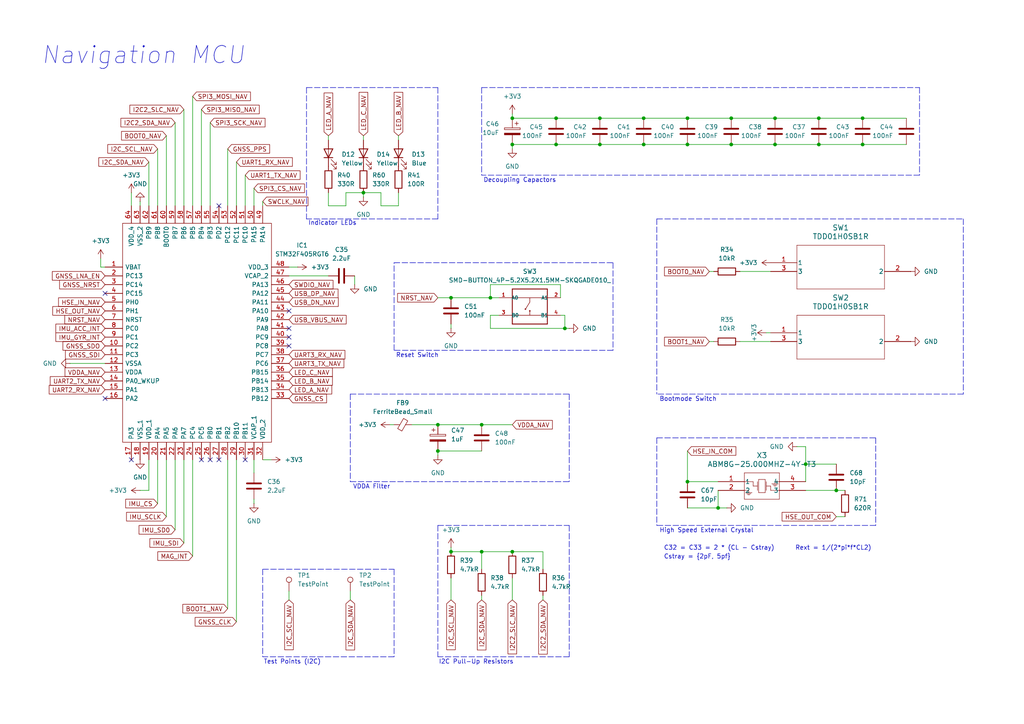
<source format=kicad_sch>
(kicad_sch (version 20231120) (generator "eeschema") (generator_version "8.0")
  (paper "A4")
  (title_block (title "Carte_Embarquée_CRAN_SEGULA") (date "28/03/2025") (rev "11/04/2025"))
  (lib_symbols
    (symbol "ABM8G-25.000MHZ-4Y-T3:ABM8G-25.000MHZ-4Y-T3" (pin_names (offset 0.254))
      (property "Reference" "X" (at 12.7 7.62 0))
      (property "Value" "ABM8G-25.000MHZ-4Y-T3" (at 12.7 5.08 0))
      (symbol "ABM8G-25.000MHZ-4Y-T3_0_1"
        (pin unspecified line (at 0 0 0) (length 7.62) (name "1") (number "1"))
        (pin unspecified line (at 0 -2.54 0) (length 7.62) (name "2") (number "2"))
        (pin unspecified line (at 25.4 -2.54 180) (length 7.62) (name "3") (number "3"))
        (pin unspecified line (at 25.4 0 180) (length 7.62) (name "4") (number "4"))
      )
    )
    (symbol "Capacitor_Unpolarized:C" (pin_numbers hide) (pin_names (offset 0.254))
      (property "Reference" "C" (at 0.635 2.54 0))
      (property "Value" "C" (at 0.635 -2.54 0))
      (symbol "C_1_1"
        (pin passive line (at 0 3.81 270) (length 2.794) (name "~") (number "1"))
        (pin passive line (at 0 -3.81 90) (length 2.794) (name "~") (number "2"))
      )
    )
    (symbol "LED:LED" (pin_numbers hide) (pin_names (offset 1.016) hide)
      (property "Reference" "D" (at 0 2.54 0))
      (property "Value" "LED" (at 0 -2.54 0))
      (symbol "LED_1_1"
        (pin passive line (at -3.81 0 0) (length 2.54) (name "K") (number "1"))
        (pin passive line (at 3.81 0 180) (length 2.54) (name "A") (number "2"))
      )
    )
    (symbol "Resistor:R" (pin_numbers hide) (pin_names (offset 0))
      (property "Reference" "R" (at 2.032 0 90))
      (property "Value" "R" (at 0 0 90))
      (symbol "R_1_1"
        (pin passive line (at 0 3.81 270) (length 1.27) (name "~") (number "1"))
        (pin passive line (at 0 -3.81 90) (length 1.27) (name "~") (number "2"))
      )
    )
    (symbol "SMD-BUTTON_4P-5.2X5.2X1.5MM-SKQGADE010_:SMD-BUTTON_4P-5.2X5.2X1.5MM-SKQGADE010_" (pin_names (offset 1.016))
      (property "Reference" "SW" (at -5.0859 5.0859 0))
      (property "Value" "SMD-BUTTON_4P-5.2X5.2X1.5MM-SKQGADE010_" (at -5.0884 -6.3605 0))
      (symbol "SMD-BUTTON_4P-5.2X5.2X1.5MM-SKQGADE010__0_0"
        (pin bidirectional line (at -8.89 2.54 0) (length 2.54) (name "A0") (number "1"))
        (pin bidirectional line (at 8.89 2.54 180) (length 2.54) (name "A1") (number "2"))
        (pin bidirectional line (at -8.89 -2.54 0) (length 2.54) (name "B0") (number "3"))
        (pin bidirectional line (at 8.89 -2.54 180) (length 2.54) (name "B1") (number "4"))
      )
    )
    (symbol "STM32F405RGT6:STM32F405RGT6" (pin_names (offset 0.762))
      (property "Reference" "IC" (at 49.53 17.78 0))
      (property "Value" "STM32F405RGT6" (at 49.53 15.24 0))
      (symbol "STM32F405RGT6_0_0"
        (pin bidirectional line (at 0 0 0) (length 5.08) (name "VBAT") (number "1"))
        (pin bidirectional line (at 0 -22.86 0) (length 5.08) (name "PC2") (number "10"))
        (pin bidirectional line (at 0 -25.4 0) (length 5.08) (name "PC3") (number "11"))
        (pin bidirectional line (at 0 -27.94 0) (length 5.08) (name "VSSA") (number "12"))
        (pin bidirectional line (at 0 -30.48 0) (length 5.08) (name "VDDA") (number "13"))
        (pin bidirectional line (at 0 -33.02 0) (length 5.08) (name "PA0_WKUP") (number "14"))
        (pin bidirectional line (at 0 -35.56 0) (length 5.08) (name "PA1") (number "15"))
        (pin bidirectional line (at 0 -38.1 0) (length 5.08) (name "PA2") (number "16"))
        (pin bidirectional line (at 7.62 -55.88 90) (length 5.08) (name "PA3") (number "17"))
        (pin bidirectional line (at 10.16 -55.88 90) (length 5.08) (name "VSS_1") (number "18"))
        (pin bidirectional line (at 12.7 -55.88 90) (length 5.08) (name "VDD_1") (number "19"))
        (pin bidirectional line (at 0 -2.54 0) (length 5.08) (name "PC13") (number "2"))
        (pin bidirectional line (at 15.24 -55.88 90) (length 5.08) (name "PA4") (number "20"))
        (pin bidirectional line (at 17.78 -55.88 90) (length 5.08) (name "PA5") (number "21"))
        (pin bidirectional line (at 20.32 -55.88 90) (length 5.08) (name "PA6") (number "22"))
        (pin bidirectional line (at 22.86 -55.88 90) (length 5.08) (name "PA7") (number "23"))
        (pin bidirectional line (at 25.4 -55.88 90) (length 5.08) (name "PC4") (number "24"))
        (pin bidirectional line (at 27.94 -55.88 90) (length 5.08) (name "PC5") (number "25"))
        (pin bidirectional line (at 30.48 -55.88 90) (length 5.08) (name "PB0") (number "26"))
        (pin bidirectional line (at 33.02 -55.88 90) (length 5.08) (name "PB1") (number "27"))
        (pin bidirectional line (at 35.56 -55.88 90) (length 5.08) (name "PB2") (number "28"))
        (pin bidirectional line (at 38.1 -55.88 90) (length 5.08) (name "PB10") (number "29"))
        (pin bidirectional line (at 0 -5.08 0) (length 5.08) (name "PC14") (number "3"))
        (pin bidirectional line (at 40.64 -55.88 90) (length 5.08) (name "PB11") (number "30"))
        (pin bidirectional line (at 43.18 -55.88 90) (length 5.08) (name "VCAP_1") (number "31"))
        (pin bidirectional line (at 45.72 -55.88 90) (length 5.08) (name "VDD_2") (number "32"))
        (pin bidirectional line (at 53.34 -38.1 180) (length 5.08) (name "PB12") (number "33"))
        (pin bidirectional line (at 53.34 -35.56 180) (length 5.08) (name "PB13") (number "34"))
        (pin bidirectional line (at 53.34 -33.02 180) (length 5.08) (name "PB14") (number "35"))
        (pin bidirectional line (at 53.34 -30.48 180) (length 5.08) (name "PB15") (number "36"))
        (pin bidirectional line (at 53.34 -27.94 180) (length 5.08) (name "PC6") (number "37"))
        (pin bidirectional line (at 53.34 -25.4 180) (length 5.08) (name "PC7") (number "38"))
        (pin bidirectional line (at 53.34 -22.86 180) (length 5.08) (name "PC8") (number "39"))
        (pin bidirectional line (at 0 -7.62 0) (length 5.08) (name "PC15") (number "4"))
        (pin bidirectional line (at 53.34 -20.32 180) (length 5.08) (name "PC9") (number "40"))
        (pin bidirectional line (at 53.34 -17.78 180) (length 5.08) (name "PA8") (number "41"))
        (pin bidirectional line (at 53.34 -15.24 180) (length 5.08) (name "PA9") (number "42"))
        (pin bidirectional line (at 53.34 -12.7 180) (length 5.08) (name "PA10") (number "43"))
        (pin bidirectional line (at 53.34 -10.16 180) (length 5.08) (name "PA11") (number "44"))
        (pin bidirectional line (at 53.34 -7.62 180) (length 5.08) (name "PA12") (number "45"))
        (pin bidirectional line (at 53.34 -5.08 180) (length 5.08) (name "PA13") (number "46"))
        (pin bidirectional line (at 53.34 -2.54 180) (length 5.08) (name "VCAP_2") (number "47"))
        (pin bidirectional line (at 53.34 0 180) (length 5.08) (name "VDD_3") (number "48"))
        (pin bidirectional line (at 45.72 17.78 270) (length 5.08) (name "PA14") (number "49"))
        (pin bidirectional line (at 0 -10.16 0) (length 5.08) (name "PH0") (number "5"))
        (pin bidirectional line (at 43.18 17.78 270) (length 5.08) (name "PA15") (number "50"))
        (pin bidirectional line (at 40.64 17.78 270) (length 5.08) (name "PC10") (number "51"))
        (pin bidirectional line (at 38.1 17.78 270) (length 5.08) (name "PC11") (number "52"))
        (pin bidirectional line (at 35.56 17.78 270) (length 5.08) (name "PC12") (number "53"))
        (pin bidirectional line (at 33.02 17.78 270) (length 5.08) (name "PD2") (number "54"))
        (pin bidirectional line (at 30.48 17.78 270) (length 5.08) (name "PB3") (number "55"))
        (pin bidirectional line (at 27.94 17.78 270) (length 5.08) (name "PB4") (number "56"))
        (pin bidirectional line (at 25.4 17.78 270) (length 5.08) (name "PB5") (number "57"))
        (pin bidirectional line (at 22.86 17.78 270) (length 5.08) (name "PB6") (number "58"))
        (pin bidirectional line (at 20.32 17.78 270) (length 5.08) (name "PB7") (number "59"))
        (pin bidirectional line (at 0 -12.7 0) (length 5.08) (name "PH1") (number "6"))
        (pin bidirectional line (at 17.78 17.78 270) (length 5.08) (name "BOOT0") (number "60"))
        (pin bidirectional line (at 15.24 17.78 270) (length 5.08) (name "PB8") (number "61"))
        (pin bidirectional line (at 12.7 17.78 270) (length 5.08) (name "PB9") (number "62"))
        (pin bidirectional line (at 10.16 17.78 270) (length 5.08) (name "VSS_2") (number "63"))
        (pin bidirectional line (at 7.62 17.78 270) (length 5.08) (name "VDD_4") (number "64"))
        (pin bidirectional line (at 0 -15.24 0) (length 5.08) (name "NRST") (number "7"))
        (pin bidirectional line (at 0 -17.78 0) (length 5.08) (name "PC0") (number "8"))
        (pin bidirectional line (at 0 -20.32 0) (length 5.08) (name "PC1") (number "9"))
      )
    )
    (symbol "TDD01H0SB1R:TDD01H0SB1R" (pin_names (offset 0.254))
      (property "Reference" "SW" (at 20.32 10.16 0))
      (property "Value" "TDD01H0SB1R" (at 20.32 7.62 0))
      (symbol "TDD01H0SB1R_0_1"
        (pin unspecified line (at 0 0 0) (length 7.62) (name "1") (number "1"))
        (pin unspecified line (at 40.64 -2.54 180) (length 7.62) (name "2") (number "2"))
        (pin unspecified line (at 0 -2.54 0) (length 7.62) (name "3") (number "3"))
      )
    )
    (symbol "TDD01H0SB1R_1" (pin_names (offset 0.254))
      (property "Reference" "SW" (at 20.32 10.16 0))
      (property "Value" "TDD01H0SB1R" (at 20.32 7.62 0))
      (symbol "TDD01H0SB1R_1_0_1"
        (pin unspecified line (at 0 0 0) (length 7.62) (name "1") (number "1"))
        (pin unspecified line (at 40.64 -2.54 180) (length 7.62) (name "2") (number "2"))
        (pin unspecified line (at 0 -2.54 0) (length 7.62) (name "3") (number "3"))
      )
    )
    (symbol "c_polarized:C_Polarized" (pin_numbers hide) (pin_names (offset 0.254))
      (property "Reference" "C" (at 0.635 2.54 0))
      (property "Value" "C_Polarized" (at 0.635 -2.54 0))
      (symbol "C_Polarized_1_1"
        (pin passive line (at 0 3.81 270) (length 2.794) (name "~") (number "1"))
        (pin passive line (at 0 -3.81 90) (length 2.794) (name "~") (number "2"))
      )
    )
    (symbol "ferritebead_small:FerriteBead_Small" (pin_numbers hide) (pin_names (offset 0))
      (property "Reference" "FB" (at 1.905 1.27 0))
      (property "Value" "FerriteBead_Small" (at 1.905 -1.27 0))
      (symbol "FerriteBead_Small_1_1"
        (pin passive line (at 0 2.54 270) (length 1.27) (name "~") (number "1"))
        (pin passive line (at 0 -2.54 90) (length 1.27) (name "~") (number "2"))
      )
    )
    (symbol "power:+3V3" (power) (pin_numbers hide) (pin_names (offset 0) hide)
      (property "Value" "+3V3" (at 0 3.556 0))
      (symbol "+3V3_1_1"
        (pin power_in line (at 0 0 90) (length 0) (name "~") (number "1"))
      )
    )
    (symbol "power:GND" (power) (pin_numbers hide) (pin_names (offset 0) hide)
      (property "Value" "GND" (at 0 -3.81 0))
      (symbol "GND_1_1"
        (pin power_in line (at 0 0 270) (length 0) (name "~") (number "1"))
      )
    )
    (symbol "testpoint:TestPoint" (pin_numbers hide) (pin_names (offset 0.762) hide)
      (property "Reference" "TP" (at 0 6.858 0))
      (property "Value" "TestPoint" (at 0 5.08 0))
      (symbol "TestPoint_1_1"
        (pin passive line (at 0 0 90) (length 2.54) (name "1") (number "1"))
      )
    )
  )
  (junction (at 208.28 147.32))
  (junction (at 212.09 41.91))
  (junction (at 224.79 34.29))
  (junction (at 142.24 86.36))
  (junction (at 127 130.81))
  (junction (at 148.59 41.91))
  (junction (at 127 123.19))
  (junction (at 199.39 139.7))
  (junction (at 250.19 41.91))
  (junction (at 139.7 160.02))
  (junction (at 173.99 41.91))
  (junction (at 148.59 160.02))
  (junction (at 199.39 41.91))
  (junction (at 161.29 41.91))
  (junction (at 173.99 34.29))
  (junction (at 237.49 34.29))
  (junction (at 199.39 34.29))
  (junction (at 250.19 34.29))
  (junction (at 233.68 134.62))
  (junction (at 130.81 160.02))
  (junction (at 161.29 34.29))
  (junction (at 105.41 55.88))
  (junction (at 212.09 34.29))
  (junction (at 186.69 41.91))
  (junction (at 242.57 142.24))
  (junction (at 186.69 34.29))
  (junction (at 130.81 86.36))
  (junction (at 163.83 95.25))
  (junction (at 224.79 41.91))
  (junction (at 139.7 123.19))
  (junction (at 237.49 41.91))
  (junction (at 148.59 34.29))
  (no_connect (at 63.5 133.35))
  (no_connect (at 71.12 133.35))
  (no_connect (at 30.48 85.09))
  (no_connect (at 30.48 115.57))
  (no_connect (at 83.82 90.17))
  (no_connect (at 83.82 95.25))
  (no_connect (at 58.42 133.35))
  (no_connect (at 38.1 133.35))
  (no_connect (at 83.82 97.79))
  (no_connect (at 60.96 133.35))
  (no_connect (at 83.82 100.33))
  (no_connect (at 63.5 59.69))
  (wire (pts (xy 29.21 77.47) (xy 29.21 74.93)))
  (wire (pts (xy 30.48 77.47) (xy 29.21 77.47)))
  (wire (pts (xy 199.39 34.29) (xy 186.69 34.29)))
  (wire (pts (xy 139.7 172.72) (xy 139.7 173.99)))
  (wire (pts (xy 50.8 35.56) (xy 50.8 59.69)))
  (polyline (pts (xy 177.8 101.6) (xy 114.3 101.6)) (stroke (width 0) (type dash)))
  (polyline (pts (xy 76.2 165.1) (xy 114.3 165.1)) (stroke (width 0) (type dash)))
  (wire (pts (xy 38.1 55.88) (xy 38.1 59.69)))
  (wire (pts (xy 127 130.81) (xy 139.7 130.81)))
  (wire (pts (xy 102.87 82.55) (xy 102.87 80.01)))
  (wire (pts (xy 73.66 144.78) (xy 73.66 146.05)))
  (wire (pts (xy 76.2 58.42) (xy 76.2 59.69)))
  (wire (pts (xy 71.12 50.8) (xy 71.12 59.69)))
  (wire (pts (xy 233.68 129.54) (xy 231.14 129.54)))
  (polyline (pts (xy 127 152.4) (xy 165.1 152.4)) (stroke (width 0) (type dash)))
  (wire (pts (xy 68.58 46.99) (xy 68.58 59.69)))
  (wire (pts (xy 66.04 43.18) (xy 66.04 59.69)))
  (wire (pts (xy 142.24 91.44) (xy 144.78 91.44)))
  (wire (pts (xy 237.49 41.91) (xy 224.79 41.91)))
  (wire (pts (xy 127 123.19) (xy 139.7 123.19)))
  (wire (pts (xy 43.18 133.35) (xy 43.18 142.24)))
  (wire (pts (xy 105.41 55.88) (xy 110.49 55.88)))
  (wire (pts (xy 95.25 59.69) (xy 95.25 55.88)))
  (polyline (pts (xy 266.7 50.8) (xy 139.7 50.8)) (stroke (width 0) (type dash)))
  (wire (pts (xy 224.79 41.91) (xy 212.09 41.91)))
  (wire (pts (xy 199.39 130.81) (xy 199.39 139.7)))
  (wire (pts (xy 115.57 39.37) (xy 115.57 40.64)))
  (wire (pts (xy 233.68 134.62) (xy 233.68 139.7)))
  (wire (pts (xy 199.39 34.29) (xy 212.09 34.29)))
  (polyline (pts (xy 114.3 101.6) (xy 114.3 76.2)) (stroke (width 0) (type dash)))
  (wire (pts (xy 55.88 27.94) (xy 55.88 59.69)))
  (polyline (pts (xy 76.2 165.1) (xy 76.2 190.5)) (stroke (width 0) (type dash)))
  (wire (pts (xy 233.68 129.54) (xy 233.68 134.62)))
  (wire (pts (xy 40.64 58.42) (xy 40.64 59.69)))
  (polyline (pts (xy 165.1 114.3) (xy 165.1 139.7)) (stroke (width 0) (type dash)))
  (wire (pts (xy 245.11 142.24) (xy 242.57 142.24)))
  (wire (pts (xy 157.48 173.99) (xy 157.48 172.72)))
  (wire (pts (xy 157.48 165.1) (xy 157.48 160.02)))
  (wire (pts (xy 139.7 160.02) (xy 139.7 165.1)))
  (wire (pts (xy 199.39 147.32) (xy 208.28 147.32)))
  (wire (pts (xy 222.25 96.52) (xy 223.52 96.52)))
  (polyline (pts (xy 190.5 63.5) (xy 279.4 63.5)) (stroke (width 0) (type dash)))
  (wire (pts (xy 66.04 133.35) (xy 66.04 176.53)))
  (wire (pts (xy 68.58 133.35) (xy 68.58 180.34)))
  (polyline (pts (xy 279.4 63.5) (xy 279.4 114.3)) (stroke (width 0) (type dash)))
  (wire (pts (xy 43.18 46.99) (xy 43.18 59.69)))
  (polyline (pts (xy 101.6 114.3) (xy 165.1 114.3)) (stroke (width 0) (type dash)))
  (wire (pts (xy 162.56 86.36) (xy 162.56 82.55)))
  (polyline (pts (xy 279.4 114.3) (xy 190.5 114.3)) (stroke (width 0) (type dash)))
  (polyline (pts (xy 88.9 25.4) (xy 127 25.4)) (stroke (width 0) (type dash)))
  (wire (pts (xy 250.19 41.91) (xy 262.89 41.91)))
  (polyline (pts (xy 114.3 190.5) (xy 76.2 190.5)) (stroke (width 0) (type dash)))
  (polyline (pts (xy 127 152.4) (xy 127 190.5)) (stroke (width 0) (type dash)))
  (wire (pts (xy 130.81 93.98) (xy 130.81 95.25)))
  (wire (pts (xy 163.83 91.44) (xy 162.56 91.44)))
  (wire (pts (xy 165.1 95.25) (xy 163.83 95.25)))
  (wire (pts (xy 161.29 41.91) (xy 148.59 41.91)))
  (wire (pts (xy 214.63 99.06) (xy 223.52 99.06)))
  (wire (pts (xy 105.41 57.15) (xy 105.41 55.88)))
  (polyline (pts (xy 190.5 63.5) (xy 190.5 114.3)) (stroke (width 0) (type dash)))
  (wire (pts (xy 55.88 133.35) (xy 55.88 161.29)))
  (wire (pts (xy 115.57 59.69) (xy 110.49 59.69)))
  (wire (pts (xy 208.28 147.32) (xy 208.28 142.24)))
  (wire (pts (xy 173.99 41.91) (xy 186.69 41.91)))
  (wire (pts (xy 100.33 55.88) (xy 105.41 55.88)))
  (wire (pts (xy 199.39 41.91) (xy 212.09 41.91)))
  (polyline (pts (xy 139.7 25.4) (xy 266.7 25.4)) (stroke (width 0) (type dash)))
  (wire (pts (xy 45.72 43.18) (xy 45.72 59.69)))
  (polyline (pts (xy 114.3 76.2) (xy 177.8 76.2)) (stroke (width 0) (type dash)))
  (wire (pts (xy 95.25 39.37) (xy 95.25 40.64)))
  (polyline (pts (xy 139.7 25.4) (xy 139.7 50.8)) (stroke (width 0) (type dash)))
  (wire (pts (xy 205.74 78.74) (xy 207.01 78.74)))
  (wire (pts (xy 130.81 160.02) (xy 139.7 160.02)))
  (wire (pts (xy 50.8 133.35) (xy 50.8 153.67)))
  (wire (pts (xy 157.48 160.02) (xy 148.59 160.02)))
  (wire (pts (xy 60.96 35.56) (xy 60.96 59.69)))
  (wire (pts (xy 142.24 91.44) (xy 142.24 95.25)))
  (polyline (pts (xy 88.9 25.4) (xy 88.9 63.5)) (stroke (width 0) (type dash)))
  (wire (pts (xy 250.19 41.91) (xy 237.49 41.91)))
  (wire (pts (xy 142.24 95.25) (xy 163.83 95.25)))
  (wire (pts (xy 210.82 147.32) (xy 208.28 147.32)))
  (polyline (pts (xy 114.3 165.1) (xy 114.3 190.5)) (stroke (width 0) (type dash)))
  (wire (pts (xy 142.24 82.55) (xy 142.24 86.36)))
  (polyline (pts (xy 266.7 25.4) (xy 266.7 50.8)) (stroke (width 0) (type dash)))
  (wire (pts (xy 173.99 41.91) (xy 161.29 41.91)))
  (wire (pts (xy 130.81 86.36) (xy 142.24 86.36)))
  (polyline (pts (xy 127 63.5) (xy 88.9 63.5)) (stroke (width 0) (type dash)))
  (wire (pts (xy 173.99 34.29) (xy 161.29 34.29)))
  (wire (pts (xy 110.49 59.69) (xy 110.49 55.88)))
  (wire (pts (xy 250.19 34.29) (xy 237.49 34.29)))
  (wire (pts (xy 161.29 34.29) (xy 148.59 34.29)))
  (wire (pts (xy 83.82 80.01) (xy 95.25 80.01)))
  (wire (pts (xy 148.59 33.02) (xy 148.59 34.29)))
  (wire (pts (xy 163.83 91.44) (xy 163.83 95.25)))
  (wire (pts (xy 53.34 133.35) (xy 53.34 157.48)))
  (polyline (pts (xy 101.6 139.7) (xy 165.1 139.7)) (stroke (width 0) (type dash)))
  (polyline (pts (xy 127 25.4) (xy 127 63.5)) (stroke (width 0) (type dash)))
  (polyline (pts (xy 190.5 127) (xy 254 127)) (stroke (width 0) (type dash)))
  (wire (pts (xy 115.57 59.69) (xy 115.57 55.88)))
  (wire (pts (xy 199.39 41.91) (xy 186.69 41.91)))
  (wire (pts (xy 233.68 142.24) (xy 242.57 142.24)))
  (wire (pts (xy 105.41 39.37) (xy 105.41 40.64)))
  (wire (pts (xy 139.7 160.02) (xy 148.59 160.02)))
  (wire (pts (xy 233.68 134.62) (xy 242.57 134.62)))
  (wire (pts (xy 113.03 123.19) (xy 114.3 123.19)))
  (wire (pts (xy 127 86.36) (xy 130.81 86.36)))
  (wire (pts (xy 76.2 133.35) (xy 78.74 133.35)))
  (wire (pts (xy 20.32 105.41) (xy 30.48 105.41)))
  (polyline (pts (xy 177.8 76.2) (xy 177.8 101.6)) (stroke (width 0) (type dash)))
  (wire (pts (xy 45.72 133.35) (xy 45.72 146.05)))
  (wire (pts (xy 73.66 133.35) (xy 73.66 137.16)))
  (wire (pts (xy 162.56 82.55) (xy 142.24 82.55)))
  (polyline (pts (xy 254 152.4) (xy 190.5 152.4)) (stroke (width 0) (type dash)))
  (wire (pts (xy 58.42 31.75) (xy 58.42 59.69)))
  (wire (pts (xy 214.63 78.74) (xy 223.52 78.74)))
  (wire (pts (xy 83.82 171.45) (xy 83.82 173.99)))
  (polyline (pts (xy 165.1 152.4) (xy 165.1 190.5)) (stroke (width 0) (type dash)))
  (polyline (pts (xy 190.5 127) (xy 190.5 152.4)) (stroke (width 0) (type dash)))
  (wire (pts (xy 250.19 34.29) (xy 262.89 34.29)))
  (polyline (pts (xy 165.1 190.5) (xy 127 190.5)) (stroke (width 0) (type dash)))
  (wire (pts (xy 119.38 123.19) (xy 127 123.19)))
  (wire (pts (xy 43.18 142.24) (xy 40.64 142.24)))
  (wire (pts (xy 205.74 99.06) (xy 207.01 99.06)))
  (wire (pts (xy 199.39 139.7) (xy 208.28 139.7)))
  (wire (pts (xy 139.7 123.19) (xy 148.59 123.19)))
  (wire (pts (xy 53.34 31.75) (xy 53.34 59.69)))
  (wire (pts (xy 48.26 133.35) (xy 48.26 149.86)))
  (wire (pts (xy 95.25 59.69) (xy 100.33 59.69)))
  (wire (pts (xy 73.66 54.61) (xy 73.66 59.69)))
  (polyline (pts (xy 101.6 114.3) (xy 101.6 139.7)) (stroke (width 0) (type dash)))
  (wire (pts (xy 224.79 34.29) (xy 212.09 34.29)))
  (wire (pts (xy 173.99 34.29) (xy 186.69 34.29)))
  (polyline (pts (xy 254 127) (xy 254 152.4)) (stroke (width 0) (type dash)))
  (wire (pts (xy 130.81 160.02) (xy 130.81 158.75)))
  (wire (pts (xy 142.24 86.36) (xy 144.78 86.36)))
  (wire (pts (xy 148.59 173.99) (xy 148.59 167.64)))
  (wire (pts (xy 130.81 167.64) (xy 130.81 173.99)))
  (wire (pts (xy 83.82 77.47) (xy 86.36 77.47)))
  (wire (pts (xy 101.6 171.45) (xy 101.6 173.99)))
  (wire (pts (xy 48.26 39.37) (xy 48.26 59.69)))
  (wire (pts (xy 242.57 149.86) (xy 245.11 149.86)))
  (wire (pts (xy 148.59 43.18) (xy 148.59 41.91)))
  (wire (pts (xy 237.49 34.29) (xy 224.79 34.29)))
  (wire (pts (xy 127 130.81) (xy 127 132.08)))
  (wire (pts (xy 100.33 59.69) (xy 100.33 55.88)))
  (text "VDDA Filter" (at 102.362 141.986 0) (effects (font (size 1.27 1.27)) (justify left bottom)))
  (text "Navigation MCU " (at 11.938 19.05 0) (effects (font (size 5.0038 5.0038) (italic yes)) (justify left bottom)))
  (text "Bootmode Switch" (at 191.262 116.586 0) (effects (font (size 1.27 1.27)) (justify left bottom)))
  (text "I2C Pull-Up Resistors" (at 127.254 192.786 0) (effects (font (size 1.27 1.27)) (justify left bottom)))
  (text "High Speed External Crystal" (at 191.262 154.686 0) (effects (font (size 1.27 1.27)) (justify left bottom)))
  (text "Cstray = {2pF, 5pf}" (at 192.532 162.306 0) (effects (font (size 1.27 1.27)) (justify left bottom)))
  (text "Test Points (I2C)" (at 76.454 192.786 0) (effects (font (size 1.27 1.27)) (justify left bottom)))
  (text "Reset Switch" (at 114.808 103.886 0) (effects (font (size 1.27 1.27)) (justify left bottom)))
  (text "Rext = 1/(2*pi*f*CL2)" (at 230.632 159.766 0) (effects (font (size 1.27 1.27)) (justify left bottom)))
  (text "Decoupling Capactors" (at 140.208 53.086 0) (effects (font (size 1.27 1.27)) (justify left bottom)))
  (text "C32 = C33 = 2 * (CL - Cstray)" (at 192.532 159.766 0) (effects (font (size 1.27 1.27)) (justify left bottom)))
  (text "Indicator LEDs" (at 89.408 65.532 0) (effects (font (size 1.27 1.27)) (justify left bottom)))
  (global_label "I2C_SCL_NAV" (shape input) (at 130.81 173.99 270) (property "Intersheetrefs" "${INTERSHEET_REFS}" (effects (hide yes))))
  (global_label "SWCLK_NAV" (shape input) (at 76.2 58.42 0) (property "Intersheetrefs" "${INTERSHEET_REFS}" (effects (hide yes))))
  (global_label "GNSS_LNA_EN" (shape input) (at 30.48 80.01 180) (property "Intersheetrefs" "${INTERSHEET_REFS}" (effects (hide yes))))
  (global_label "IMU_SD0" (shape input) (at 50.8 153.67 180) (property "Intersheetrefs" "${INTERSHEET_REFS}" (effects (hide yes))))
  (global_label "I2C_SDA_NAV" (shape input) (at 101.6 173.99 270) (property "Intersheetrefs" "${INTERSHEET_REFS}" (effects (hide yes))))
  (global_label "IMU_GYR_INT" (shape input) (at 30.48 97.79 180) (property "Intersheetrefs" "${INTERSHEET_REFS}" (effects (hide yes))))
  (global_label "VDDA_NAV" (shape input) (at 148.59 123.19 0) (property "Intersheetrefs" "${INTERSHEET_REFS}" (effects (hide yes))))
  (global_label "SPI3_MISO_NAV" (shape input) (at 58.42 31.75 0) (property "Intersheetrefs" "${INTERSHEET_REFS}" (effects (hide yes))))
  (global_label "GNSS_CS" (shape input) (at 83.82 115.57 0) (property "Intersheetrefs" "${INTERSHEET_REFS}" (effects (hide yes))))
  (global_label "IMU_ACC_INT" (shape input) (at 30.48 95.25 180) (property "Intersheetrefs" "${INTERSHEET_REFS}" (effects (hide yes))))
  (global_label "GNSS_CLK" (shape input) (at 68.58 180.34 180) (property "Intersheetrefs" "${INTERSHEET_REFS}" (effects (hide yes))))
  (global_label "SWDIO_NAV" (shape input) (at 83.82 82.55 0) (property "Intersheetrefs" "${INTERSHEET_REFS}" (effects (hide yes))))
  (global_label "LED_C_NAV" (shape input) (at 105.41 39.37 90) (property "Intersheetrefs" "${INTERSHEET_REFS}" (effects (hide yes))))
  (global_label "UART1_RX_NAV" (shape input) (at 68.58 46.99 0) (property "Intersheetrefs" "${INTERSHEET_REFS}" (effects (hide yes))))
  (global_label "UART2_RX_NAV" (shape input) (at 30.48 113.03 180) (property "Intersheetrefs" "${INTERSHEET_REFS}" (effects (hide yes))))
  (global_label "NRST_NAV" (shape input) (at 127 86.36 180) (property "Intersheetrefs" "${INTERSHEET_REFS}" (effects (hide yes))))
  (global_label "SPI3_CS_NAV" (shape input) (at 73.66 54.61 0) (property "Intersheetrefs" "${INTERSHEET_REFS}" (effects (hide yes))))
  (global_label "UART3_TX_NAV" (shape input) (at 83.82 105.41 0) (property "Intersheetrefs" "${INTERSHEET_REFS}" (effects (hide yes))))
  (global_label "GNSS_NRST" (shape input) (at 30.48 82.55 180) (property "Intersheetrefs" "${INTERSHEET_REFS}" (effects (hide yes))))
  (global_label "GNSS_SDO" (shape input) (at 30.48 100.33 180) (property "Intersheetrefs" "${INTERSHEET_REFS}" (effects (hide yes))))
  (global_label "HSE_OUT_COM" (shape input) (at 242.57 149.86 180) (property "Intersheetrefs" "${INTERSHEET_REFS}" (effects (hide yes))))
  (global_label "UART1_TX_NAV" (shape input) (at 71.12 50.8 0) (property "Intersheetrefs" "${INTERSHEET_REFS}" (effects (hide yes))))
  (global_label "USB_VBUS_NAV" (shape input) (at 83.82 92.71 0) (property "Intersheetrefs" "${INTERSHEET_REFS}" (effects (hide yes))))
  (global_label "SPI3_MOSI_NAV" (shape input) (at 55.88 27.94 0) (property "Intersheetrefs" "${INTERSHEET_REFS}" (effects (hide yes))))
  (global_label "USB_DN_NAV" (shape input) (at 83.82 87.63 0) (property "Intersheetrefs" "${INTERSHEET_REFS}" (effects (hide yes))))
  (global_label "LED_A_NAV" (shape input) (at 83.82 113.03 0) (property "Intersheetrefs" "${INTERSHEET_REFS}" (effects (hide yes))))
  (global_label "IMU_CS" (shape input) (at 45.72 146.05 180) (property "Intersheetrefs" "${INTERSHEET_REFS}" (effects (hide yes))))
  (global_label "VDDA_NAV" (shape input) (at 30.48 107.95 180) (property "Intersheetrefs" "${INTERSHEET_REFS}" (effects (hide yes))))
  (global_label "BOOT0_NAV" (shape input) (at 48.26 39.37 180) (property "Intersheetrefs" "${INTERSHEET_REFS}" (effects (hide yes))))
  (global_label "LED_B_NAV" (shape input) (at 115.57 39.37 90) (property "Intersheetrefs" "${INTERSHEET_REFS}" (effects (hide yes))))
  (global_label "LED_B_NAV" (shape input) (at 83.82 110.49 0) (property "Intersheetrefs" "${INTERSHEET_REFS}" (effects (hide yes))))
  (global_label "HSE_OUT_NAV" (shape input) (at 30.48 90.17 180) (property "Intersheetrefs" "${INTERSHEET_REFS}" (effects (hide yes))))
  (global_label "IMU_SCLK" (shape input) (at 48.26 149.86 180) (property "Intersheetrefs" "${INTERSHEET_REFS}" (effects (hide yes))))
  (global_label "HSE_IN_COM" (shape input) (at 199.39 130.81 0) (property "Intersheetrefs" "${INTERSHEET_REFS}" (effects (hide yes))))
  (global_label "LED_A_NAV" (shape input) (at 95.25 39.37 90) (property "Intersheetrefs" "${INTERSHEET_REFS}" (effects (hide yes))))
  (global_label "SPI3_SCK_NAV" (shape input) (at 60.96 35.56 0) (property "Intersheetrefs" "${INTERSHEET_REFS}" (effects (hide yes))))
  (global_label "I2C_SDA_NAV" (shape input) (at 139.7 173.99 270) (property "Intersheetrefs" "${INTERSHEET_REFS}" (effects (hide yes))))
  (global_label "GNSS_PPS" (shape input) (at 66.04 43.18 0) (property "Intersheetrefs" "${INTERSHEET_REFS}" (effects (hide yes))))
  (global_label "BOOT1_NAV" (shape input) (at 205.74 99.06 180) (property "Intersheetrefs" "${INTERSHEET_REFS}" (effects (hide yes))))
  (global_label "UART3_RX_NAV" (shape input) (at 83.82 102.87 0) (property "Intersheetrefs" "${INTERSHEET_REFS}" (effects (hide yes))))
  (global_label "LED_C_NAV" (shape input) (at 83.82 107.95 0) (property "Intersheetrefs" "${INTERSHEET_REFS}" (effects (hide yes))))
  (global_label "UART2_TX_NAV" (shape input) (at 30.48 110.49 180) (property "Intersheetrefs" "${INTERSHEET_REFS}" (effects (hide yes))))
  (global_label "MAG_INT" (shape input) (at 55.88 161.29 180) (property "Intersheetrefs" "${INTERSHEET_REFS}" (effects (hide yes))))
  (global_label "I2C_SDA_NAV" (shape input) (at 43.18 46.99 180) (property "Intersheetrefs" "${INTERSHEET_REFS}" (effects (hide yes))))
  (global_label "NRST_NAV" (shape input) (at 30.48 92.71 180) (property "Intersheetrefs" "${INTERSHEET_REFS}" (effects (hide yes))))
  (global_label "GNSS_SDI" (shape input) (at 30.48 102.87 180) (property "Intersheetrefs" "${INTERSHEET_REFS}" (effects (hide yes))))
  (global_label "I2C_SCL_NAV" (shape input) (at 83.82 173.99 270) (property "Intersheetrefs" "${INTERSHEET_REFS}" (effects (hide yes))))
  (global_label "BOOT0_NAV" (shape input) (at 205.74 78.74 180) (property "Intersheetrefs" "${INTERSHEET_REFS}" (effects (hide yes))))
  (global_label "I2C2_SLC_NAV" (shape input) (at 148.59 173.99 270) (property "Intersheetrefs" "${INTERSHEET_REFS}" (effects (hide yes))))
  (global_label "I2C2_SDA_NAV" (shape input) (at 50.8 35.56 180) (property "Intersheetrefs" "${INTERSHEET_REFS}" (effects (hide yes))))
  (global_label "I2C2_SDA_NAV" (shape input) (at 157.48 173.99 270) (property "Intersheetrefs" "${INTERSHEET_REFS}" (effects (hide yes))))
  (global_label "BOOT1_NAV" (shape input) (at 66.04 176.53 180) (property "Intersheetrefs" "${INTERSHEET_REFS}" (effects (hide yes))))
  (global_label "I2C_SCL_NAV" (shape input) (at 45.72 43.18 180) (property "Intersheetrefs" "${INTERSHEET_REFS}" (effects (hide yes))))
  (global_label "USB_DP_NAV" (shape input) (at 83.82 85.09 0) (property "Intersheetrefs" "${INTERSHEET_REFS}" (effects (hide yes))))
  (global_label "HSE_IN_NAV" (shape input) (at 30.48 87.63 180) (property "Intersheetrefs" "${INTERSHEET_REFS}" (effects (hide yes))))
  (global_label "I2C2_SLC_NAV" (shape input) (at 53.34 31.75 180) (property "Intersheetrefs" "${INTERSHEET_REFS}" (effects (hide yes))))
  (global_label "IMU_SDI" (shape input) (at 53.34 157.48 180) (property "Intersheetrefs" "${INTERSHEET_REFS}" (effects (hide yes))))
  (symbol (lib_id "Capacitor_Unpolarized:C") (at 250.19 38.1 0) (mirror y) (unit 1)
    (property "Reference" "C43" (at 246.38 36.8299 0) (effects (justify left)))
    (property "Value" "100nF" (at 246.38 39.3699 0) (effects (justify left)))
    (property "Footprint" "Capacitor_100nF_GRM155C71H104JE19D:CAPC1005X55N" (effects (hide yes)))
    (property "Datasheet" "GRM155C71H104JE19D" (effects (hide yes)))
    (property "Description" "Unpolarized capacitor GRM155C71H104JE19D" (effects (hide yes)))
  )
  (symbol (lib_id "Capacitor_Unpolarized:C") (at 99.06 80.01 90) (unit 1)
    (property "Reference" "C35" (at 99.06 72.39 90))
    (property "Value" "2.2uF" (at 99.06 74.93 90))
    (property "Footprint" "Capacitor_2.2uF_GRM188R61H225KE11D:CAPC1608X100N" (effects (hide yes)))
    (property "Datasheet" "GRM188R61H225KE11D" (effects (hide yes)))
    (property "Description" "Unpolarized capacitor GRM188R61H225KE11D" (effects (hide yes)))
  )
  (symbol (lib_id "LED:LED") (at 115.57 44.45 90) (unit 1)
    (property "Reference" "D13" (at 119.38 44.7674 90) (effects (justify right)))
    (property "Value" "Blue" (at 119.38 47.3074 90) (effects (justify right)))
    (property "Footprint" "LED_Blue_5990091007F:599-0091-007F_DIA" (effects (hide yes)))
    (property "Datasheet" "5990091007F" (effects (hide yes)))
    (property "Description" "Light emitting diode 5990091007F" (effects (hide yes)))
  )
  (symbol (lib_id "power:GND") (at 73.66 146.05 0) (unit 1)
    (property "Reference" "#PWR103" (effects (hide yes)))
    (property "Value" "GND" (at 73.66 151.13 0))
    (property "Description" "Power symbol creates a global label with name \"GND\" , ground" (effects (hide yes)))
  )
  (symbol (lib_id "ferritebead_small:FerriteBead_Small") (at 116.84 123.19 90) (unit 1)
    (property "Reference" "FB9" (at 116.8019 116.84 90))
    (property "Value" "FerriteBead_Small" (at 116.8019 119.38 90))
    (property "Footprint" "FERRITE_BEAD_120_OHM_0402_4LN_MPZ1005S121HT000:L_0402_1005Metric" (effects (hide yes)))
    (property "Description" "Ferrite bead, small symbol" (effects (hide yes)))
  )
  (symbol (lib_id "Resistor:R") (at 139.7 168.91 0) (unit 1)
    (property "Reference" "R38" (at 142.24 167.6399 0) (effects (justify left)))
    (property "Value" "4.7kR" (at 142.24 170.1799 0) (effects (justify left)))
    (property "Footprint" "Resistor_4_7kR_SG73P1ETTP4701F:RESC1005X40N" (effects (hide yes)))
    (property "Datasheet" "SG73P1ETTP4701F" (effects (hide yes)))
    (property "Description" "Resistor SG73P1ETTP4701F" (effects (hide yes)))
  )
  (symbol (lib_id "Resistor:R") (at 210.82 99.06 90) (unit 1)
    (property "Reference" "R35" (at 210.82 92.71 90))
    (property "Value" "10kR" (at 210.82 95.25 90))
    (property "Footprint" "Resistor_10kR_CRGP0402F10K:RESC1105X40N" (effects (hide yes)))
    (property "Datasheet" "CRGP0402F10K" (effects (hide yes)))
    (property "Description" "Resistor CRGP0402F10K" (effects (hide yes)))
  )
  (symbol (lib_id "power:GND") (at 165.1 95.25 90) (unit 1)
    (property "Reference" "#PWR116" (effects (hide yes)))
    (property "Value" "GND" (at 168.91 95.2499 90) (effects (justify right)))
    (property "Description" "Power symbol creates a global label with name \"GND\" , ground" (effects (hide yes)))
  )
  (symbol (lib_id "power:GND") (at 127 132.08 0) (unit 1)
    (property "Reference" "#PWR111" (effects (hide yes)))
    (property "Value" "GND" (at 127 137.16 0))
    (property "Description" "Power symbol creates a global label with name \"GND\" , ground" (effects (hide yes)))
  )
  (symbol (lib_id "Capacitor_Unpolarized:C") (at 262.89 38.1 0) (mirror y) (unit 1)
    (property "Reference" "C44" (at 259.08 36.83 0) (effects (justify left)))
    (property "Value" "100nF" (at 259.08 39.37 0) (effects (justify left)))
    (property "Footprint" "Capacitor_100nF_GRM155C71H104JE19D:CAPC1005X55N" (effects (hide yes)))
    (property "Datasheet" "GRM155C71H104JE19D" (effects (hide yes)))
    (property "Description" "Unpolarized capacitor GRM155C71H104JE19D" (effects (hide yes)))
  )
  (symbol (lib_id "power:+3V3") (at 38.1 55.88 0) (unit 1)
    (property "Reference" "#PWR190" (effects (hide yes)))
    (property "Value" "+3V3" (at 38.1 50.8 0))
    (property "Description" "Power symbol creates a global label with name \"+3V3\"" (effects (hide yes)))
  )
  (symbol (lib_id "LED:LED") (at 95.25 44.45 90) (unit 1)
    (property "Reference" "D12" (at 99.06 44.7674 90) (effects (justify right)))
    (property "Value" "Yellow" (at 99.06 47.3074 90) (effects (justify right)))
    (property "Footprint" "LED_Yellow_5990040007F:599-0004-007F_DIA" (effects (hide yes)))
    (property "Datasheet" "5990040007F" (effects (hide yes)))
    (property "Description" "Light emitting diode 5990040007F" (effects (hide yes)))
  )
  (symbol (lib_id "power:+3V3") (at 148.59 33.02 0) (mirror y) (unit 1)
    (property "Reference" "#PWR109" (effects (hide yes)))
    (property "Value" "+3V3" (at 148.59 27.94 0))
    (property "Description" "Power symbol creates a global label with name \"+3V3\"" (effects (hide yes)))
  )
  (symbol (lib_id "power:+3V3") (at 78.74 133.35 270) (unit 1)
    (property "Reference" "#PWR193" (effects (hide yes)))
    (property "Value" "+3V3" (at 82.55 133.3499 90) (effects (justify left)))
    (property "Description" "Power symbol creates a global label with name \"+3V3\"" (effects (hide yes)))
  )
  (symbol (lib_id "testpoint:TestPoint") (at 83.82 171.45 0) (unit 1)
    (property "Reference" "TP1" (at 86.36 166.8779 0) (effects (justify left)))
    (property "Value" "TestPoint" (at 86.36 169.4179 0) (effects (justify left)))
    (property "Footprint" "Test_point:TestPoint_Pad_D1.5mm" (effects (hide yes)))
    (property "Description" "test point" (effects (hide yes)))
  )
  (symbol (lib_id "power:GND") (at 40.64 58.42 180) (unit 1)
    (property "Reference" "#PWR96" (effects (hide yes)))
    (property "Value" "GND" (at 40.64 53.34 0))
    (property "Description" "Power symbol creates a global label with name \"GND\" , ground" (effects (hide yes)))
  )
  (symbol (lib_id "Capacitor_Unpolarized:C") (at 237.49 38.1 0) (mirror y) (unit 1)
    (property "Reference" "C37" (at 233.68 36.83 0) (effects (justify left)))
    (property "Value" "100nF" (at 233.68 39.37 0) (effects (justify left)))
    (property "Footprint" "Capacitor_100nF_GRM155C71H104JE19D:CAPC1005X55N" (effects (hide yes)))
    (property "Datasheet" "GRM155C71H104JE19D" (effects (hide yes)))
    (property "Description" "Unpolarized capacitor GRM155C71H104JE19D" (effects (hide yes)))
  )
  (symbol (lib_id "power:GND") (at 264.16 78.74 90) (unit 1)
    (property "Reference" "#PWR105" (effects (hide yes)))
    (property "Value" "GND" (at 267.97 78.7399 90) (effects (justify right)))
    (property "Description" "Power symbol creates a global label with name \"GND\" , ground" (effects (hide yes)))
  )
  (symbol (lib_id "power:+3V3") (at 130.81 158.75 0) (unit 1)
    (property "Reference" "#PWR117" (effects (hide yes)))
    (property "Value" "+3V3" (at 130.81 153.67 0))
    (property "Description" "Power symbol creates a global label with name \"+3V3\"" (effects (hide yes)))
  )
  (symbol (lib_id "Capacitor_Unpolarized:C") (at 173.99 38.1 0) (mirror y) (unit 1)
    (property "Reference" "C42" (at 170.18 36.8299 0) (effects (justify left)))
    (property "Value" "100nF" (at 170.18 39.3699 0) (effects (justify left)))
    (property "Footprint" "Capacitor_100nF_GRM155C71H104JE19D:CAPC1005X55N" (effects (hide yes)))
    (property "Datasheet" "GRM155C71H104JE19D" (effects (hide yes)))
    (property "Description" "Unpolarized capacitor GRM155C71H104JE19D" (effects (hide yes)))
  )
  (symbol (lib_id "power:GND") (at 102.87 82.55 0) (unit 1)
    (property "Reference" "#PWR104" (effects (hide yes)))
    (property "Value" "GND" (at 105.41 83.8199 0) (effects (justify left)))
    (property "Description" "Power symbol creates a global label with name \"GND\" , ground" (effects (hide yes)))
  )
  (symbol (lib_id "power:+3V3") (at 113.03 123.19 90) (unit 1)
    (property "Reference" "#PWR112" (effects (hide yes)))
    (property "Value" "+3V3" (at 109.22 123.1899 90) (effects (justify left)))
    (property "Description" "Power symbol creates a global label with name \"+3V3\"" (effects (hide yes)))
  )
  (symbol (lib_id "Capacitor_Unpolarized:C") (at 73.66 140.97 0) (unit 1)
    (property "Reference" "C36" (at 77.47 139.6999 0) (effects (justify left)))
    (property "Value" "2.2uF" (at 77.47 142.2399 0) (effects (justify left)))
    (property "Footprint" "Capacitor_2.2uF_GRM188R61H225KE11D:CAPC1608X100N" (effects (hide yes)))
    (property "Datasheet" "GRM188R61H225KE11D" (effects (hide yes)))
    (property "Description" "Unpolarized capacitor GRM188R61H225KE11D" (effects (hide yes)))
  )
  (symbol (lib_id "Resistor:R") (at 105.41 52.07 0) (unit 1)
    (property "Reference" "R60" (at 107.95 50.7999 0) (effects (justify left)))
    (property "Value" "330R" (at 107.95 53.3399 0) (effects (justify left)))
    (property "Footprint" "Resistor_330R_ERJ-PA3D3300V:RES_ERJPA3D3300V" (effects (hide yes)))
    (property "Datasheet" "ERJ-PA3D3300V" (effects (hide yes)))
    (property "Description" "Resistor ERJ-PA3D3300V" (effects (hide yes)))
  )
  (symbol (lib_id "LED:LED") (at 105.41 44.45 90) (unit 1)
    (property "Reference" "D14" (at 109.22 44.7674 90) (effects (justify right)))
    (property "Value" "Yellow" (at 109.22 47.3074 90) (effects (justify right)))
    (property "Footprint" "LED_Yellow_5990040007F:599-0004-007F_DIA" (effects (hide yes)))
    (property "Datasheet" "5990040007F" (effects (hide yes)))
    (property "Description" "Light emitting diode 5990040007F" (effects (hide yes)))
  )
  (symbol (lib_id "SMD-BUTTON_4P-5.2X5.2X1.5MM-SKQGADE010_:SMD-BUTTON_4P-5.2X5.2X1.5MM-SKQGADE010_") (at 153.67 88.9 0) (unit 1)
    (property "Reference" "SW3" (at 153.67 78.74 0))
    (property "Value" "SMD-BUTTON_4P-5.2X5.2X1.5MM-SKQGADE010_" (at 153.67 81.28 0))
    (property "Footprint" "SKQGADE010:SW4-SMD-5.2X5.2X1.5MM" (effects (hide yes)))
  )
  (symbol (lib_id "power:GND") (at 210.82 147.32 90) (unit 1)
    (property "Reference" "#PWR154" (effects (hide yes)))
    (property "Value" "GND" (at 214.63 147.3199 90) (effects (justify right)))
    (property "Description" "Power symbol creates a global label with name \"GND\" , ground" (effects (hide yes)))
  )
  (symbol (lib_id "Resistor:R") (at 95.25 52.07 0) (unit 1)
    (property "Reference" "R40" (at 97.79 50.7999 0) (effects (justify left)))
    (property "Value" "330R" (at 97.79 53.3399 0) (effects (justify left)))
    (property "Footprint" "Resistor_330R_ERJ-PA3D3300V:RES_ERJPA3D3300V" (effects (hide yes)))
    (property "Datasheet" "ERJ-PA3D3300V" (effects (hide yes)))
    (property "Description" "Resistor ERJ-PA3D3300V" (effects (hide yes)))
  )
  (symbol (lib_id "Resistor:R") (at 210.82 78.74 90) (unit 1)
    (property "Reference" "R34" (at 210.82 72.39 90))
    (property "Value" "10kR" (at 210.82 74.93 90))
    (property "Footprint" "Resistor_10kR_CRGP0402F10K:RESC1105X40N" (effects (hide yes)))
    (property "Datasheet" "CRGP0402F10K" (effects (hide yes)))
    (property "Description" "Resistor CRGP0402F10K" (effects (hide yes)))
  )
  (symbol (lib_id "power:+3V3") (at 223.52 76.2 90) (unit 1)
    (property "Reference" "#PWR107" (effects (hide yes)))
    (property "Value" "+3V3" (at 219.71 76.1999 90) (effects (justify left)))
    (property "Description" "Power symbol creates a global label with name \"+3V3\"" (effects (hide yes)))
  )
  (symbol (lib_id "power:GND") (at 40.64 133.35 0) (unit 1)
    (property "Reference" "#PWR95" (effects (hide yes)))
    (property "Value" "GND" (at 40.64 138.43 0))
    (property "Description" "Power symbol creates a global label with name \"GND\" , ground" (effects (hide yes)))
  )
  (symbol (lib_id "TDD01H0SB1R:TDD01H0SB1R") (at 223.52 96.52 0) (unit 1)
    (property "Reference" "SW2" (at 243.84 86.36 0) (effects (font (size 1.524 1.524))))
    (property "Value" "TDD01H0SB1R" (at 243.84 88.9 0) (effects (font (size 1.524 1.524))))
    (property "Footprint" "TDD01H0SB1R:SOT_TDDSB1R_CNK" (effects (hide yes)))
    (property "Datasheet" "TDD01H0SB1R" (effects (hide yes)))
  )
  (symbol (lib_id "power:GND") (at 231.14 129.54 270) (unit 1)
    (property "Reference" "#PWR155" (effects (hide yes)))
    (property "Value" "GND" (at 227.33 129.5399 90) (effects (justify right)))
    (property "Description" "Power symbol creates a global label with name \"GND\" , ground" (effects (hide yes)))
  )
  (symbol (lib_id "power:+3V3") (at 29.21 74.93 0) (unit 1)
    (property "Reference" "#PWR191" (effects (hide yes)))
    (property "Value" "+3V3" (at 29.21 69.85 0))
    (property "Description" "Power symbol creates a global label with name \"+3V3\"" (effects (hide yes)))
  )
  (symbol (lib_id "Capacitor_Unpolarized:C") (at 199.39 38.1 0) (mirror y) (unit 1)
    (property "Reference" "C40" (at 195.58 36.8299 0) (effects (justify left)))
    (property "Value" "100nF" (at 195.58 39.3699 0) (effects (justify left)))
    (property "Footprint" "Capacitor_100nF_GRM155C71H104JE19D:CAPC1005X55N" (effects (hide yes)))
    (property "Datasheet" "GRM155C71H104JE19D" (effects (hide yes)))
    (property "Description" "Unpolarized capacitor GRM155C71H104JE19D" (effects (hide yes)))
  )
  (symbol (lib_id "power:+3V3") (at 86.36 77.47 270) (unit 1)
    (property "Reference" "#PWR194" (effects (hide yes)))
    (property "Value" "+3V3" (at 90.17 77.4699 90) (effects (justify left)))
    (property "Description" "Power symbol creates a global label with name \"+3V3\"" (effects (hide yes)))
  )
  (symbol (lib_id "power:GND") (at 148.59 43.18 0) (mirror y) (unit 1)
    (property "Reference" "#PWR110" (effects (hide yes)))
    (property "Value" "GND" (at 148.59 48.26 0))
    (property "Description" "Power symbol creates a global label with name \"GND\" , ground" (effects (hide yes)))
  )
  (symbol (lib_id "STM32F405RGT6:STM32F405RGT6") (at 30.48 77.47 0) (unit 1)
    (property "Reference" "IC1" (at 87.63 71.1514 0))
    (property "Value" "STM32F405RGT6" (at 87.63 73.6914 0))
    (property "Footprint" "STM32F405RGT6:QFP50P1200X1200X160-64N" (effects (hide yes)))
    (property "Datasheet" "http://www.st.com/web/en/resource/technical/document/datasheet/DM00037051.pdf" (effects (hide yes)))
    (property "Description" "MCU 32-Bit, ARM Cortex M4, 1MB Flash STMicroelectronics STM32F405RGT6, 32bit ARM Cortex M4F Microcontroller, 168MHz, 1024 kB Flash, 64-Pin LQFP" (effects (hide yes)))
    (property "Description_1" "MCU 32-Bit, ARM Cortex M4, 1MB Flash STMicroelectronics STM32F405RGT6, 32bit ARM Cortex M4F Microcontroller, 168MHz, 1024 kB Flash, 64-Pin LQFP" (effects (hide yes)))
    (property "Height" "1.6" (effects (hide yes)))
    (property "Manufacturer_Name" "STMicroelectronics" (effects (hide yes)))
    (property "Manufacturer_Part_Number" "STM32F405RGT6" (effects (hide yes)))
    (property "Mouser Part Number" "511-STM32F405RGT6" (effects (hide yes)))
    (property "Mouser Price/Stock" "https://www.mouser.com/Search/Refine.aspx?Keyword=511-STM32F405RGT6" (effects (hide yes)))
    (property "RS Part Number" "7468217P" (effects (hide yes)))
    (property "RS Price/Stock" "http://uk.rs-online.com/web/p/products/7468217P" (effects (hide yes)))
    (property "Allied_Number" "70391099" (effects (hide yes)))
    (property "Allied Price/Stock" "http://www.alliedelec.com/stmicroelectronics-stm32f405rgt6/70391099/" (effects (hide yes)))
  )
  (symbol (lib_id "Capacitor_Unpolarized:C") (at 186.69 38.1 0) (mirror y) (unit 1)
    (property "Reference" "C41" (at 182.88 36.8299 0) (effects (justify left)))
    (property "Value" "100nF" (at 182.88 39.3699 0) (effects (justify left)))
    (property "Footprint" "Capacitor_100nF_GRM155C71H104JE19D:CAPC1005X55N" (effects (hide yes)))
    (property "Datasheet" "GRM155C71H104JE19D" (effects (hide yes)))
    (property "Description" "Unpolarized capacitor GRM155C71H104JE19D" (effects (hide yes)))
  )
  (symbol (lib_id "Capacitor_Unpolarized:C") (at 212.09 38.1 0) (mirror y) (unit 1)
    (property "Reference" "C39" (at 208.28 36.8299 0) (effects (justify left)))
    (property "Value" "100nF" (at 208.28 39.3699 0) (effects (justify left)))
    (property "Footprint" "Capacitor_100nF_GRM155C71H104JE19D:CAPC1005X55N" (effects (hide yes)))
    (property "Datasheet" "GRM155C71H104JE19D" (effects (hide yes)))
    (property "Description" "Unpolarized capacitor GRM155C71H104JE19D" (effects (hide yes)))
  )
  (symbol (lib_id "power:GND") (at 264.16 99.06 90) (unit 1)
    (property "Reference" "#PWR106" (effects (hide yes)))
    (property "Value" "GND" (at 267.97 99.0599 90) (effects (justify right)))
    (property "Description" "Power symbol creates a global label with name \"GND\" , ground" (effects (hide yes)))
  )
  (symbol (lib_id "Capacitor_Unpolarized:C") (at 242.57 138.43 0) (unit 1)
    (property "Reference" "C68" (at 246.38 137.1599 0) (effects (justify left)))
    (property "Value" "10pF" (at 246.38 139.6999 0) (effects (justify left)))
    (property "Footprint" "Capacitor_10pF_KGM05ACG1H100JH:CAP_0402C_AVX" (effects (hide yes)))
    (property "Datasheet" "KGM05ACG1H100JH" (effects (hide yes)))
    (property "Description" "Unpolarized capacitor KGM05ACG1H100JH" (effects (hide yes)))
  )
  (symbol (lib_id "Resistor:R") (at 115.57 52.07 180) (unit 1)
    (property "Reference" "R41" (at 118.11 50.7999 0) (effects (justify right)))
    (property "Value" "100R" (at 118.11 53.3399 0) (effects (justify right)))
    (property "Footprint" "Resistor_100R_ERJ-PA3D1000V:RES_ERJPA3D1000V" (effects (hide yes)))
    (property "Datasheet" "ERJ-PA3D1000V" (effects (hide yes)))
    (property "Description" "Resistor ERJ-PA3D1000V" (effects (hide yes)))
  )
  (symbol (lib_id "power:GND") (at 105.41 57.15 0) (unit 1)
    (property "Reference" "#PWR118" (effects (hide yes)))
    (property "Value" "GND" (at 105.41 62.23 0))
    (property "Description" "Power symbol creates a global label with name \"GND\" , ground" (effects (hide yes)))
  )
  (symbol (lib_id "c_polarized:C_Polarized") (at 127 127 0) (unit 1)
    (property "Reference" "C47" (at 130.81 124.8409 0) (effects (justify left)))
    (property "Value" "1uF" (at 130.81 127.3809 0) (effects (justify left)))
    (property "Footprint" "Capacitor_Pola_1uF_TACL105K010XTA:TACL_AVX" (effects (hide yes)))
    (property "Datasheet" "TACL105K010XTA" (effects (hide yes)))
    (property "Description" "Polarized capacitor TACL105K010XTA" (effects (hide yes)))
  )
  (symbol (lib_id "Resistor:R") (at 157.48 168.91 0) (unit 1)
    (property "Reference" "R36" (at 160.02 167.6399 0) (effects (justify left)))
    (property "Value" "4.7kR" (at 160.02 170.1799 0) (effects (justify left)))
    (property "Footprint" "Resistor_4_7kR_SG73P1ETTP4701F:RESC1005X40N" (effects (hide yes)))
    (property "Datasheet" "SG73P1ETTP4701F" (effects (hide yes)))
    (property "Description" "Resistor SG73P1ETTP4701F" (effects (hide yes)))
  )
  (symbol (lib_id "power:GND") (at 130.81 95.25 0) (unit 1)
    (property "Reference" "#PWR115" (effects (hide yes)))
    (property "Value" "GND" (at 130.81 100.33 0))
    (property "Description" "Power symbol creates a global label with name \"GND\" , ground" (effects (hide yes)))
  )
  (symbol (lib_id "Capacitor_Unpolarized:C") (at 161.29 38.1 0) (mirror y) (unit 1)
    (property "Reference" "C45" (at 157.48 36.8299 0) (effects (justify left)))
    (property "Value" "100nF" (at 157.48 39.3699 0) (effects (justify left)))
    (property "Footprint" "Capacitor_100nF_GRM155C71H104JE19D:CAPC1005X55N" (effects (hide yes)))
    (property "Datasheet" "GRM155C71H104JE19D" (effects (hide yes)))
    (property "Description" "Unpolarized capacitor GRM155C71H104JE19D" (effects (hide yes)))
  )
  (symbol (lib_id "power:GND") (at 20.32 105.41 270) (unit 1)
    (property "Reference" "#PWR97" (effects (hide yes)))
    (property "Value" "GND" (at 16.51 105.4099 90) (effects (justify right)))
    (property "Description" "Power symbol creates a global label with name \"GND\" , ground" (effects (hide yes)))
  )
  (symbol (lib_id "Capacitor_Unpolarized:C") (at 130.81 90.17 0) (unit 1)
    (property "Reference" "C51" (at 134.62 88.8999 0) (effects (justify left)))
    (property "Value" "100nF" (at 134.62 91.4399 0) (effects (justify left)))
    (property "Footprint" "Capacitor_100nF_GRM155C71H104JE19D:CAPC1005X55N" (effects (hide yes)))
    (property "Datasheet" "GRM155C71H104JE19D" (effects (hide yes)))
    (property "Description" "Unpolarized capacitor GRM155C71H104JE19D" (effects (hide yes)))
  )
  (symbol (lib_id "Capacitor_Unpolarized:C") (at 139.7 127 0) (unit 1)
    (property "Reference" "C48" (at 143.51 125.7299 0) (effects (justify left)))
    (property "Value" "100nF" (at 143.51 128.2699 0) (effects (justify left)))
    (property "Footprint" "Capacitor_100nF_GRM155C71H104JE19D:CAPC1005X55N" (effects (hide yes)))
    (property "Datasheet" "GRM155C71H104JE19D" (effects (hide yes)))
    (property "Description" "Unpolarized capacitor GRM155C71H104JE19D" (effects (hide yes)))
  )
  (symbol (lib_id "Capacitor_Unpolarized:C") (at 199.39 143.51 0) (unit 1)
    (property "Reference" "C67" (at 203.2 142.2399 0) (effects (justify left)))
    (property "Value" "10pF" (at 203.2 144.7799 0) (effects (justify left)))
    (property "Footprint" "Capacitor_10pF_KGM05ACG1H100JH:CAP_0402C_AVX" (effects (hide yes)))
    (property "Datasheet" "KGM05ACG1H100JH" (effects (hide yes)))
    (property "Description" "Unpolarized capacitor KGM05ACG1H100JH" (effects (hide yes)))
  )
  (symbol (lib_id "power:+3V3") (at 222.25 96.52 90) (unit 1)
    (property "Reference" "#PWR108" (effects (hide yes)))
    (property "Value" "+3V3" (at 218.694 96.52 0))
    (property "Description" "Power symbol creates a global label with name \"+3V3\"" (effects (hide yes)))
  )
  (symbol (lib_id "Capacitor_Unpolarized:C") (at 224.79 38.1 0) (mirror y) (unit 1)
    (property "Reference" "C38" (at 220.98 36.8299 0) (effects (justify left)))
    (property "Value" "100nF" (at 220.98 39.3699 0) (effects (justify left)))
    (property "Footprint" "Capacitor_100nF_GRM155C71H104JE19D:CAPC1005X55N" (effects (hide yes)))
    (property "Datasheet" "GRM155C71H104JE19D" (effects (hide yes)))
    (property "Description" "Unpolarized capacitor GRM155C71H104JE19D" (effects (hide yes)))
  )
  (symbol (lib_name "TDD01H0SB1R_1") (lib_id "TDD01H0SB1R:TDD01H0SB1R") (at 223.52 76.2 0) (unit 1)
    (property "Reference" "SW1" (at 243.84 66.04 0) (effects (font (size 1.524 1.524))))
    (property "Value" "TDD01H0SB1R" (at 243.84 68.58 0) (effects (font (size 1.524 1.524))))
    (property "Footprint" "TDD01H0SB1R:SOT_TDDSB1R_CNK" (effects (hide yes)))
    (property "Datasheet" "TDD01H0SB1R" (effects (hide yes)))
  )
  (symbol (lib_id "Resistor:R") (at 148.59 163.83 0) (unit 1)
    (property "Reference" "R37" (at 151.13 162.5599 0) (effects (justify left)))
    (property "Value" "4.7kR" (at 151.13 165.0999 0) (effects (justify left)))
    (property "Footprint" "Resistor_4_7kR_SG73P1ETTP4701F:RESC1005X40N" (effects (hide yes)))
    (property "Datasheet" "SG73P1ETTP4701F" (effects (hide yes)))
    (property "Description" "Resistor SG73P1ETTP4701F" (effects (hide yes)))
  )
  (symbol (lib_id "power:+3V3") (at 40.64 142.24 90) (unit 1)
    (property "Reference" "#PWR192" (effects (hide yes)))
    (property "Value" "+3V3" (at 36.83 142.2399 90) (effects (justify left)))
    (property "Description" "Power symbol creates a global label with name \"+3V3\"" (effects (hide yes)))
  )
  (symbol (lib_id "c_polarized:C_Polarized") (at 148.59 38.1 0) (mirror y) (unit 1)
    (property "Reference" "C46" (at 144.78 35.9409 0) (effects (justify left)))
    (property "Value" "10uF" (at 144.78 38.4809 0) (effects (justify left)))
    (property "Footprint" "Capacitor_Pola_10uF_T529P106M010AAE200:CAPMP2.1X1.25_1N_KEM" (effects (hide yes)))
    (property "Datasheet" "T529P106M010AAE200" (effects (hide yes)))
    (property "Description" "Polarized capacitor T529P106M010AAE200" (effects (hide yes)))
  )
  (symbol (lib_id "Resistor:R") (at 245.11 146.05 0) (unit 1)
    (property "Reference" "R71" (at 247.65 144.7799 0) (effects (justify left)))
    (property "Value" "620R" (at 247.65 147.3199 0) (effects (justify left)))
    (property "Footprint" "Resistor_620R_ERJ-PA3F6200V:RES_ERJPA3F6200V" (effects (hide yes)))
    (property "Datasheet" "ERJ-PA3F6200V" (effects (hide yes)))
    (property "Description" "Resistor ERJ-PA3F6200V" (effects (hide yes)))
  )
  (symbol (lib_id "testpoint:TestPoint") (at 101.6 171.45 0) (unit 1)
    (property "Reference" "TP2" (at 104.14 166.8779 0) (effects (justify left)))
    (property "Value" "TestPoint" (at 104.14 169.4179 0) (effects (justify left)))
    (property "Footprint" "Test_point:TestPoint_Pad_D1.5mm" (effects (hide yes)))
    (property "Description" "test point" (effects (hide yes)))
  )
  (symbol (lib_id "Resistor:R") (at 130.81 163.83 0) (unit 1)
    (property "Reference" "R39" (at 133.35 162.5599 0) (effects (justify left)))
    (property "Value" "4.7kR" (at 133.35 165.0999 0) (effects (justify left)))
    (property "Footprint" "Resistor_4_7kR_SG73P1ETTP4701F:RESC1005X40N" (effects (hide yes)))
    (property "Datasheet" "SG73P1ETTP4701F" (effects (hide yes)))
    (property "Description" "Resistor SG73P1ETTP4701F" (effects (hide yes)))
  )
  (symbol (lib_id "ABM8G-25.000MHZ-4Y-T3:ABM8G-25.000MHZ-4Y-T3") (at 208.28 139.7 0) (unit 1)
    (property "Reference" "X3" (at 220.98 132.08 0) (effects (font (size 1.524 1.524))))
    (property "Value" "ABM8G-25.000MHZ-4Y-T3" (at 220.98 134.62 0) (effects (font (size 1.524 1.524))))
    (property "Footprint" "ABM8G-25.000MHZ-4Y-T3:ABM8G_ABR" (effects (hide yes)))
    (property "Datasheet" "ABM8G-25.000MHZ-4Y-T3" (effects (hide yes)))
  )
)
</source>
